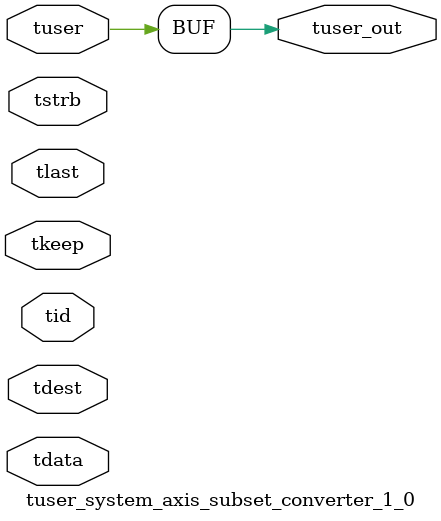
<source format=v>


`timescale 1ps/1ps

module tuser_system_axis_subset_converter_1_0 #
(
parameter C_S_AXIS_TUSER_WIDTH = 1,
parameter C_S_AXIS_TDATA_WIDTH = 32,
parameter C_S_AXIS_TID_WIDTH   = 0,
parameter C_S_AXIS_TDEST_WIDTH = 0,
parameter C_M_AXIS_TUSER_WIDTH = 1
)
(
input  [(C_S_AXIS_TUSER_WIDTH == 0 ? 1 : C_S_AXIS_TUSER_WIDTH)-1:0     ] tuser,
input  [(C_S_AXIS_TDATA_WIDTH == 0 ? 1 : C_S_AXIS_TDATA_WIDTH)-1:0     ] tdata,
input  [(C_S_AXIS_TID_WIDTH   == 0 ? 1 : C_S_AXIS_TID_WIDTH)-1:0       ] tid,
input  [(C_S_AXIS_TDEST_WIDTH == 0 ? 1 : C_S_AXIS_TDEST_WIDTH)-1:0     ] tdest,
input  [(C_S_AXIS_TDATA_WIDTH/8)-1:0 ] tkeep,
input  [(C_S_AXIS_TDATA_WIDTH/8)-1:0 ] tstrb,
input                                                                    tlast,
output [C_M_AXIS_TUSER_WIDTH-1:0] tuser_out
);

assign tuser_out = {tuser[0:0]};

endmodule


</source>
